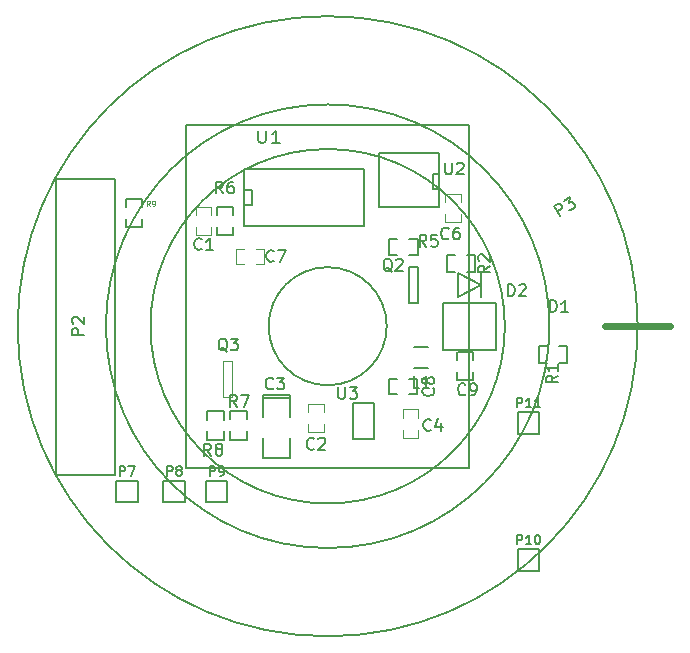
<source format=gbr>
G04 #@! TF.FileFunction,Legend,Top*
%FSLAX46Y46*%
G04 Gerber Fmt 4.6, Leading zero omitted, Abs format (unit mm)*
G04 Created by KiCad (PCBNEW 4.0.2-4+6225~38~ubuntu14.04.1-stable) date Thu 14 Apr 2016 14:56:00 ACST*
%MOMM*%
G01*
G04 APERTURE LIST*
%ADD10C,0.150000*%
%ADD11C,0.600000*%
%ADD12C,0.200000*%
%ADD13C,0.127000*%
%ADD14C,0.119380*%
%ADD15C,0.203200*%
%ADD16C,0.114300*%
G04 APERTURE END LIST*
D10*
D11*
X223520000Y-100000000D02*
X229000000Y-100000000D01*
D12*
X182000000Y-112600000D02*
X177000000Y-112600000D01*
X182000000Y-87500000D02*
X177000000Y-87500000D01*
X177000000Y-112500000D02*
X177000000Y-87500000D01*
X215000333Y-100000000D02*
G75*
G03X215000333Y-100000000I-15000333J0D01*
G01*
X226250000Y-100000000D02*
G75*
G03X226250000Y-100000000I-26250000J0D01*
G01*
X205000000Y-100000000D02*
G75*
G03X205000000Y-100000000I-5000000J0D01*
G01*
X218776648Y-100000000D02*
G75*
G03X218776648Y-100000000I-18776648J0D01*
G01*
X182000000Y-112500000D02*
X182000000Y-87500000D01*
X188000000Y-83000000D02*
X188000000Y-112000000D01*
X212000000Y-83000000D02*
X188000000Y-83000000D01*
X212000000Y-112000000D02*
X212000000Y-83000000D01*
X188000000Y-112000000D02*
X212000000Y-112000000D01*
D13*
X196843000Y-106060000D02*
X196843000Y-105806000D01*
X196843000Y-105806000D02*
X194557000Y-105806000D01*
X194557000Y-105806000D02*
X194557000Y-106060000D01*
X196843000Y-106060000D02*
X194557000Y-106060000D01*
X194557000Y-106060000D02*
X194557000Y-107711000D01*
X196843000Y-109489000D02*
X196843000Y-111140000D01*
X196843000Y-111140000D02*
X194557000Y-111140000D01*
X194557000Y-111140000D02*
X194557000Y-109489000D01*
X196843000Y-107711000D02*
X196843000Y-106060000D01*
X209440000Y-89886000D02*
X204360000Y-89886000D01*
X204360000Y-89886000D02*
X204360000Y-85314000D01*
X204360000Y-85314000D02*
X209440000Y-85314000D01*
X209440000Y-85314000D02*
X209440000Y-89886000D01*
X209440000Y-88362000D02*
X208932000Y-88362000D01*
X208932000Y-88362000D02*
X208932000Y-87092000D01*
X208932000Y-87092000D02*
X209440000Y-87092000D01*
X202111000Y-106476000D02*
X203889000Y-106476000D01*
X203889000Y-106476000D02*
X203889000Y-109524000D01*
X203889000Y-109524000D02*
X202111000Y-109524000D01*
X202111000Y-109524000D02*
X202111000Y-106476000D01*
D14*
X188849760Y-91600380D02*
X188849760Y-92298880D01*
X188849760Y-90599620D02*
X188849760Y-89901120D01*
X190150240Y-91600380D02*
X190150240Y-92298880D01*
X190150240Y-89901120D02*
X190150240Y-90599620D01*
X190135000Y-92298880D02*
X188865000Y-92298880D01*
X188865000Y-89901120D02*
X190135000Y-89901120D01*
X198349760Y-108250380D02*
X198349760Y-108948880D01*
X198349760Y-107249620D02*
X198349760Y-106551120D01*
X199650240Y-108250380D02*
X199650240Y-108948880D01*
X199650240Y-106551120D02*
X199650240Y-107249620D01*
X199635000Y-108948880D02*
X198365000Y-108948880D01*
X198365000Y-106551120D02*
X199635000Y-106551120D01*
X207650240Y-107749620D02*
X207650240Y-107051120D01*
X207650240Y-108750380D02*
X207650240Y-109448880D01*
X206349760Y-107749620D02*
X206349760Y-107051120D01*
X206349760Y-109448880D02*
X206349760Y-108750380D01*
X206365000Y-107051120D02*
X207635000Y-107051120D01*
X207635000Y-109448880D02*
X206365000Y-109448880D01*
D13*
X218579620Y-101711500D02*
X217873500Y-101711500D01*
X217873500Y-101711500D02*
X217873500Y-103108500D01*
X217873500Y-103108500D02*
X218579620Y-103108500D01*
X220286500Y-101711500D02*
X219580380Y-101711500D01*
X220286500Y-101711500D02*
X220286500Y-103108500D01*
X220286500Y-103108500D02*
X219580380Y-103108500D01*
X211800380Y-95398500D02*
X212506500Y-95398500D01*
X212506500Y-95398500D02*
X212506500Y-94001500D01*
X212506500Y-94001500D02*
X211800380Y-94001500D01*
X210093500Y-95398500D02*
X210799620Y-95398500D01*
X210093500Y-95398500D02*
X210093500Y-94001500D01*
X210093500Y-94001500D02*
X210799620Y-94001500D01*
X205899620Y-92601500D02*
X205193500Y-92601500D01*
X205193500Y-92601500D02*
X205193500Y-93998500D01*
X205193500Y-93998500D02*
X205899620Y-93998500D01*
X207606500Y-92601500D02*
X206900380Y-92601500D01*
X207606500Y-92601500D02*
X207606500Y-93998500D01*
X207606500Y-93998500D02*
X206900380Y-93998500D01*
X191771500Y-108890380D02*
X191771500Y-109596500D01*
X191771500Y-109596500D02*
X193168500Y-109596500D01*
X193168500Y-109596500D02*
X193168500Y-108890380D01*
X191771500Y-107183500D02*
X191771500Y-107889620D01*
X191771500Y-107183500D02*
X193168500Y-107183500D01*
X193168500Y-107183500D02*
X193168500Y-107889620D01*
X191188500Y-107899620D02*
X191188500Y-107193500D01*
X191188500Y-107193500D02*
X189791500Y-107193500D01*
X189791500Y-107193500D02*
X189791500Y-107899620D01*
X191188500Y-109606500D02*
X191188500Y-108900380D01*
X191188500Y-109606500D02*
X189791500Y-109606500D01*
X189791500Y-109606500D02*
X189791500Y-108900380D01*
X191998500Y-90599620D02*
X191998500Y-89893500D01*
X191998500Y-89893500D02*
X190601500Y-89893500D01*
X190601500Y-89893500D02*
X190601500Y-90599620D01*
X191998500Y-92306500D02*
X191998500Y-91600380D01*
X191998500Y-92306500D02*
X190601500Y-92306500D01*
X190601500Y-92306500D02*
X190601500Y-91600380D01*
X207681000Y-94976000D02*
X207681000Y-98024000D01*
X207681000Y-98024000D02*
X206919000Y-98024000D01*
X206919000Y-98024000D02*
X206919000Y-94976000D01*
X206919000Y-94976000D02*
X207681000Y-94976000D01*
D14*
X191119000Y-106024000D02*
X191119000Y-102976000D01*
X191119000Y-102976000D02*
X191881000Y-102976000D01*
X191881000Y-102976000D02*
X191881000Y-106024000D01*
X191881000Y-106024000D02*
X191119000Y-106024000D01*
X211250240Y-89499620D02*
X211250240Y-88801120D01*
X211250240Y-90500380D02*
X211250240Y-91198880D01*
X209949760Y-89499620D02*
X209949760Y-88801120D01*
X209949760Y-91198880D02*
X209949760Y-90500380D01*
X209965000Y-88801120D02*
X211235000Y-88801120D01*
X211235000Y-91198880D02*
X209965000Y-91198880D01*
X193900380Y-94750240D02*
X194598880Y-94750240D01*
X192899620Y-94750240D02*
X192201120Y-94750240D01*
X193900380Y-93449760D02*
X194598880Y-93449760D01*
X192201120Y-93449760D02*
X192899620Y-93449760D01*
X194598880Y-93465000D02*
X194598880Y-94735000D01*
X192201120Y-94735000D02*
X192201120Y-93465000D01*
D10*
X182100000Y-113100000D02*
X183900000Y-113100000D01*
X183900000Y-113100000D02*
X183900000Y-114900000D01*
X183900000Y-114900000D02*
X182100000Y-114900000D01*
X182100000Y-114900000D02*
X182100000Y-113100000D01*
X186100000Y-113100000D02*
X187900000Y-113100000D01*
X187900000Y-113100000D02*
X187900000Y-114900000D01*
X187900000Y-114900000D02*
X186100000Y-114900000D01*
X186100000Y-114900000D02*
X186100000Y-113100000D01*
X189700000Y-113100000D02*
X191500000Y-113100000D01*
X191500000Y-113100000D02*
X191500000Y-114900000D01*
X191500000Y-114900000D02*
X189700000Y-114900000D01*
X189700000Y-114900000D02*
X189700000Y-113100000D01*
X216100000Y-118900000D02*
X217900000Y-118900000D01*
X217900000Y-118900000D02*
X217900000Y-120700000D01*
X217900000Y-120700000D02*
X216100000Y-120700000D01*
X216100000Y-120700000D02*
X216100000Y-118900000D01*
X216100000Y-107300000D02*
X217900000Y-107300000D01*
X217900000Y-107300000D02*
X217900000Y-109100000D01*
X217900000Y-109100000D02*
X216100000Y-109100000D01*
X216100000Y-109100000D02*
X216100000Y-107300000D01*
D15*
X203080000Y-86714000D02*
X203080000Y-91540000D01*
X203080000Y-91540000D02*
X192920000Y-91540000D01*
X192920000Y-91540000D02*
X192920000Y-86714000D01*
X192920000Y-86714000D02*
X203080000Y-86714000D01*
X192920000Y-88492000D02*
X193555000Y-88492000D01*
X193555000Y-88492000D02*
X193555000Y-89762000D01*
X193555000Y-89762000D02*
X192920000Y-89762000D01*
D10*
X184289700Y-89923620D02*
X184289700Y-89217500D01*
X184289700Y-89217500D02*
X182892700Y-89217500D01*
X182892700Y-89217500D02*
X182892700Y-89923620D01*
X184289700Y-91630500D02*
X184289700Y-90924380D01*
X184289700Y-91630500D02*
X182892700Y-91630500D01*
X182892700Y-91630500D02*
X182892700Y-90924380D01*
X206900380Y-105750240D02*
X207598880Y-105750240D01*
X205899620Y-105750240D02*
X205201120Y-105750240D01*
X206900380Y-104449760D02*
X207598880Y-104449760D01*
X205201120Y-104449760D02*
X205899620Y-104449760D01*
X207598880Y-104465000D02*
X207598880Y-105735000D01*
X205201120Y-105735000D02*
X205201120Y-104465000D01*
X210982560Y-103878380D02*
X210982560Y-104576880D01*
X210982560Y-102877620D02*
X210982560Y-102179120D01*
X212283040Y-103878380D02*
X212283040Y-104576880D01*
X212283040Y-102179120D02*
X212283040Y-102877620D01*
X212267800Y-104576880D02*
X210997800Y-104576880D01*
X210997800Y-102179120D02*
X212267800Y-102179120D01*
X207324400Y-101791800D02*
X208524400Y-101791800D01*
X208524400Y-103541800D02*
X207324400Y-103541800D01*
X211000000Y-95500000D02*
X211000000Y-97500000D01*
X211000000Y-97500000D02*
X213000000Y-96500000D01*
X213000000Y-96500000D02*
X211000000Y-95500000D01*
X213000000Y-95500000D02*
X213000000Y-97500000D01*
X209750000Y-98000000D02*
X209750000Y-102000000D01*
X214250000Y-98000000D02*
X214250000Y-102000000D01*
X209750000Y-102000000D02*
X214250000Y-102000000D01*
X209750000Y-98000000D02*
X214250000Y-98000000D01*
X195383334Y-105257143D02*
X195335715Y-105304762D01*
X195192858Y-105352381D01*
X195097620Y-105352381D01*
X194954762Y-105304762D01*
X194859524Y-105209524D01*
X194811905Y-105114286D01*
X194764286Y-104923810D01*
X194764286Y-104780952D01*
X194811905Y-104590476D01*
X194859524Y-104495238D01*
X194954762Y-104400000D01*
X195097620Y-104352381D01*
X195192858Y-104352381D01*
X195335715Y-104400000D01*
X195383334Y-104447619D01*
X195716667Y-104352381D02*
X196335715Y-104352381D01*
X196002381Y-104733333D01*
X196145239Y-104733333D01*
X196240477Y-104780952D01*
X196288096Y-104828571D01*
X196335715Y-104923810D01*
X196335715Y-105161905D01*
X196288096Y-105257143D01*
X196240477Y-105304762D01*
X196145239Y-105352381D01*
X195859524Y-105352381D01*
X195764286Y-105304762D01*
X195716667Y-105257143D01*
X209938095Y-86152381D02*
X209938095Y-86961905D01*
X209985714Y-87057143D01*
X210033333Y-87104762D01*
X210128571Y-87152381D01*
X210319048Y-87152381D01*
X210414286Y-87104762D01*
X210461905Y-87057143D01*
X210509524Y-86961905D01*
X210509524Y-86152381D01*
X210938095Y-86247619D02*
X210985714Y-86200000D01*
X211080952Y-86152381D01*
X211319048Y-86152381D01*
X211414286Y-86200000D01*
X211461905Y-86247619D01*
X211509524Y-86342857D01*
X211509524Y-86438095D01*
X211461905Y-86580952D01*
X210890476Y-87152381D01*
X211509524Y-87152381D01*
X200898095Y-105142381D02*
X200898095Y-105951905D01*
X200945714Y-106047143D01*
X200993333Y-106094762D01*
X201088571Y-106142381D01*
X201279048Y-106142381D01*
X201374286Y-106094762D01*
X201421905Y-106047143D01*
X201469524Y-105951905D01*
X201469524Y-105142381D01*
X201850476Y-105142381D02*
X202469524Y-105142381D01*
X202136190Y-105523333D01*
X202279048Y-105523333D01*
X202374286Y-105570952D01*
X202421905Y-105618571D01*
X202469524Y-105713810D01*
X202469524Y-105951905D01*
X202421905Y-106047143D01*
X202374286Y-106094762D01*
X202279048Y-106142381D01*
X201993333Y-106142381D01*
X201898095Y-106094762D01*
X201850476Y-106047143D01*
X189333334Y-93457143D02*
X189285715Y-93504762D01*
X189142858Y-93552381D01*
X189047620Y-93552381D01*
X188904762Y-93504762D01*
X188809524Y-93409524D01*
X188761905Y-93314286D01*
X188714286Y-93123810D01*
X188714286Y-92980952D01*
X188761905Y-92790476D01*
X188809524Y-92695238D01*
X188904762Y-92600000D01*
X189047620Y-92552381D01*
X189142858Y-92552381D01*
X189285715Y-92600000D01*
X189333334Y-92647619D01*
X190285715Y-93552381D02*
X189714286Y-93552381D01*
X190000000Y-93552381D02*
X190000000Y-92552381D01*
X189904762Y-92695238D01*
X189809524Y-92790476D01*
X189714286Y-92838095D01*
X198833334Y-110357143D02*
X198785715Y-110404762D01*
X198642858Y-110452381D01*
X198547620Y-110452381D01*
X198404762Y-110404762D01*
X198309524Y-110309524D01*
X198261905Y-110214286D01*
X198214286Y-110023810D01*
X198214286Y-109880952D01*
X198261905Y-109690476D01*
X198309524Y-109595238D01*
X198404762Y-109500000D01*
X198547620Y-109452381D01*
X198642858Y-109452381D01*
X198785715Y-109500000D01*
X198833334Y-109547619D01*
X199214286Y-109547619D02*
X199261905Y-109500000D01*
X199357143Y-109452381D01*
X199595239Y-109452381D01*
X199690477Y-109500000D01*
X199738096Y-109547619D01*
X199785715Y-109642857D01*
X199785715Y-109738095D01*
X199738096Y-109880952D01*
X199166667Y-110452381D01*
X199785715Y-110452381D01*
X208733334Y-108757143D02*
X208685715Y-108804762D01*
X208542858Y-108852381D01*
X208447620Y-108852381D01*
X208304762Y-108804762D01*
X208209524Y-108709524D01*
X208161905Y-108614286D01*
X208114286Y-108423810D01*
X208114286Y-108280952D01*
X208161905Y-108090476D01*
X208209524Y-107995238D01*
X208304762Y-107900000D01*
X208447620Y-107852381D01*
X208542858Y-107852381D01*
X208685715Y-107900000D01*
X208733334Y-107947619D01*
X209590477Y-108185714D02*
X209590477Y-108852381D01*
X209352381Y-107804762D02*
X209114286Y-108519048D01*
X209733334Y-108519048D01*
X219492381Y-104176666D02*
X219016190Y-104510000D01*
X219492381Y-104748095D02*
X218492381Y-104748095D01*
X218492381Y-104367142D01*
X218540000Y-104271904D01*
X218587619Y-104224285D01*
X218682857Y-104176666D01*
X218825714Y-104176666D01*
X218920952Y-104224285D01*
X218968571Y-104271904D01*
X219016190Y-104367142D01*
X219016190Y-104748095D01*
X219492381Y-103224285D02*
X219492381Y-103795714D01*
X219492381Y-103510000D02*
X218492381Y-103510000D01*
X218635238Y-103605238D01*
X218730476Y-103700476D01*
X218778095Y-103795714D01*
X213752381Y-94866666D02*
X213276190Y-95200000D01*
X213752381Y-95438095D02*
X212752381Y-95438095D01*
X212752381Y-95057142D01*
X212800000Y-94961904D01*
X212847619Y-94914285D01*
X212942857Y-94866666D01*
X213085714Y-94866666D01*
X213180952Y-94914285D01*
X213228571Y-94961904D01*
X213276190Y-95057142D01*
X213276190Y-95438095D01*
X212847619Y-94485714D02*
X212800000Y-94438095D01*
X212752381Y-94342857D01*
X212752381Y-94104761D01*
X212800000Y-94009523D01*
X212847619Y-93961904D01*
X212942857Y-93914285D01*
X213038095Y-93914285D01*
X213180952Y-93961904D01*
X213752381Y-94533333D01*
X213752381Y-93914285D01*
X208353334Y-93262381D02*
X208020000Y-92786190D01*
X207781905Y-93262381D02*
X207781905Y-92262381D01*
X208162858Y-92262381D01*
X208258096Y-92310000D01*
X208305715Y-92357619D01*
X208353334Y-92452857D01*
X208353334Y-92595714D01*
X208305715Y-92690952D01*
X208258096Y-92738571D01*
X208162858Y-92786190D01*
X207781905Y-92786190D01*
X209258096Y-92262381D02*
X208781905Y-92262381D01*
X208734286Y-92738571D01*
X208781905Y-92690952D01*
X208877143Y-92643333D01*
X209115239Y-92643333D01*
X209210477Y-92690952D01*
X209258096Y-92738571D01*
X209305715Y-92833810D01*
X209305715Y-93071905D01*
X209258096Y-93167143D01*
X209210477Y-93214762D01*
X209115239Y-93262381D01*
X208877143Y-93262381D01*
X208781905Y-93214762D01*
X208734286Y-93167143D01*
X192303334Y-106842381D02*
X191970000Y-106366190D01*
X191731905Y-106842381D02*
X191731905Y-105842381D01*
X192112858Y-105842381D01*
X192208096Y-105890000D01*
X192255715Y-105937619D01*
X192303334Y-106032857D01*
X192303334Y-106175714D01*
X192255715Y-106270952D01*
X192208096Y-106318571D01*
X192112858Y-106366190D01*
X191731905Y-106366190D01*
X192636667Y-105842381D02*
X193303334Y-105842381D01*
X192874762Y-106842381D01*
X190123334Y-110952381D02*
X189790000Y-110476190D01*
X189551905Y-110952381D02*
X189551905Y-109952381D01*
X189932858Y-109952381D01*
X190028096Y-110000000D01*
X190075715Y-110047619D01*
X190123334Y-110142857D01*
X190123334Y-110285714D01*
X190075715Y-110380952D01*
X190028096Y-110428571D01*
X189932858Y-110476190D01*
X189551905Y-110476190D01*
X190694762Y-110380952D02*
X190599524Y-110333333D01*
X190551905Y-110285714D01*
X190504286Y-110190476D01*
X190504286Y-110142857D01*
X190551905Y-110047619D01*
X190599524Y-110000000D01*
X190694762Y-109952381D01*
X190885239Y-109952381D01*
X190980477Y-110000000D01*
X191028096Y-110047619D01*
X191075715Y-110142857D01*
X191075715Y-110190476D01*
X191028096Y-110285714D01*
X190980477Y-110333333D01*
X190885239Y-110380952D01*
X190694762Y-110380952D01*
X190599524Y-110428571D01*
X190551905Y-110476190D01*
X190504286Y-110571429D01*
X190504286Y-110761905D01*
X190551905Y-110857143D01*
X190599524Y-110904762D01*
X190694762Y-110952381D01*
X190885239Y-110952381D01*
X190980477Y-110904762D01*
X191028096Y-110857143D01*
X191075715Y-110761905D01*
X191075715Y-110571429D01*
X191028096Y-110476190D01*
X190980477Y-110428571D01*
X190885239Y-110380952D01*
X191133334Y-88752381D02*
X190800000Y-88276190D01*
X190561905Y-88752381D02*
X190561905Y-87752381D01*
X190942858Y-87752381D01*
X191038096Y-87800000D01*
X191085715Y-87847619D01*
X191133334Y-87942857D01*
X191133334Y-88085714D01*
X191085715Y-88180952D01*
X191038096Y-88228571D01*
X190942858Y-88276190D01*
X190561905Y-88276190D01*
X191990477Y-87752381D02*
X191800000Y-87752381D01*
X191704762Y-87800000D01*
X191657143Y-87847619D01*
X191561905Y-87990476D01*
X191514286Y-88180952D01*
X191514286Y-88561905D01*
X191561905Y-88657143D01*
X191609524Y-88704762D01*
X191704762Y-88752381D01*
X191895239Y-88752381D01*
X191990477Y-88704762D01*
X192038096Y-88657143D01*
X192085715Y-88561905D01*
X192085715Y-88323810D01*
X192038096Y-88228571D01*
X191990477Y-88180952D01*
X191895239Y-88133333D01*
X191704762Y-88133333D01*
X191609524Y-88180952D01*
X191561905Y-88228571D01*
X191514286Y-88323810D01*
X179352381Y-100738095D02*
X178352381Y-100738095D01*
X178352381Y-100357142D01*
X178400000Y-100261904D01*
X178447619Y-100214285D01*
X178542857Y-100166666D01*
X178685714Y-100166666D01*
X178780952Y-100214285D01*
X178828571Y-100261904D01*
X178876190Y-100357142D01*
X178876190Y-100738095D01*
X178447619Y-99785714D02*
X178400000Y-99738095D01*
X178352381Y-99642857D01*
X178352381Y-99404761D01*
X178400000Y-99309523D01*
X178447619Y-99261904D01*
X178542857Y-99214285D01*
X178638095Y-99214285D01*
X178780952Y-99261904D01*
X179352381Y-99833333D01*
X179352381Y-99214285D01*
X205454762Y-95397619D02*
X205359524Y-95350000D01*
X205264286Y-95254762D01*
X205121429Y-95111905D01*
X205026190Y-95064286D01*
X204930952Y-95064286D01*
X204978571Y-95302381D02*
X204883333Y-95254762D01*
X204788095Y-95159524D01*
X204740476Y-94969048D01*
X204740476Y-94635714D01*
X204788095Y-94445238D01*
X204883333Y-94350000D01*
X204978571Y-94302381D01*
X205169048Y-94302381D01*
X205264286Y-94350000D01*
X205359524Y-94445238D01*
X205407143Y-94635714D01*
X205407143Y-94969048D01*
X205359524Y-95159524D01*
X205264286Y-95254762D01*
X205169048Y-95302381D01*
X204978571Y-95302381D01*
X205788095Y-94397619D02*
X205835714Y-94350000D01*
X205930952Y-94302381D01*
X206169048Y-94302381D01*
X206264286Y-94350000D01*
X206311905Y-94397619D01*
X206359524Y-94492857D01*
X206359524Y-94588095D01*
X206311905Y-94730952D01*
X205740476Y-95302381D01*
X206359524Y-95302381D01*
X191504762Y-102147619D02*
X191409524Y-102100000D01*
X191314286Y-102004762D01*
X191171429Y-101861905D01*
X191076190Y-101814286D01*
X190980952Y-101814286D01*
X191028571Y-102052381D02*
X190933333Y-102004762D01*
X190838095Y-101909524D01*
X190790476Y-101719048D01*
X190790476Y-101385714D01*
X190838095Y-101195238D01*
X190933333Y-101100000D01*
X191028571Y-101052381D01*
X191219048Y-101052381D01*
X191314286Y-101100000D01*
X191409524Y-101195238D01*
X191457143Y-101385714D01*
X191457143Y-101719048D01*
X191409524Y-101909524D01*
X191314286Y-102004762D01*
X191219048Y-102052381D01*
X191028571Y-102052381D01*
X191790476Y-101052381D02*
X192409524Y-101052381D01*
X192076190Y-101433333D01*
X192219048Y-101433333D01*
X192314286Y-101480952D01*
X192361905Y-101528571D01*
X192409524Y-101623810D01*
X192409524Y-101861905D01*
X192361905Y-101957143D01*
X192314286Y-102004762D01*
X192219048Y-102052381D01*
X191933333Y-102052381D01*
X191838095Y-102004762D01*
X191790476Y-101957143D01*
X210233334Y-92557143D02*
X210185715Y-92604762D01*
X210042858Y-92652381D01*
X209947620Y-92652381D01*
X209804762Y-92604762D01*
X209709524Y-92509524D01*
X209661905Y-92414286D01*
X209614286Y-92223810D01*
X209614286Y-92080952D01*
X209661905Y-91890476D01*
X209709524Y-91795238D01*
X209804762Y-91700000D01*
X209947620Y-91652381D01*
X210042858Y-91652381D01*
X210185715Y-91700000D01*
X210233334Y-91747619D01*
X211090477Y-91652381D02*
X210900000Y-91652381D01*
X210804762Y-91700000D01*
X210757143Y-91747619D01*
X210661905Y-91890476D01*
X210614286Y-92080952D01*
X210614286Y-92461905D01*
X210661905Y-92557143D01*
X210709524Y-92604762D01*
X210804762Y-92652381D01*
X210995239Y-92652381D01*
X211090477Y-92604762D01*
X211138096Y-92557143D01*
X211185715Y-92461905D01*
X211185715Y-92223810D01*
X211138096Y-92128571D01*
X211090477Y-92080952D01*
X210995239Y-92033333D01*
X210804762Y-92033333D01*
X210709524Y-92080952D01*
X210661905Y-92128571D01*
X210614286Y-92223810D01*
X195433334Y-94457143D02*
X195385715Y-94504762D01*
X195242858Y-94552381D01*
X195147620Y-94552381D01*
X195004762Y-94504762D01*
X194909524Y-94409524D01*
X194861905Y-94314286D01*
X194814286Y-94123810D01*
X194814286Y-93980952D01*
X194861905Y-93790476D01*
X194909524Y-93695238D01*
X195004762Y-93600000D01*
X195147620Y-93552381D01*
X195242858Y-93552381D01*
X195385715Y-93600000D01*
X195433334Y-93647619D01*
X195766667Y-93552381D02*
X196433334Y-93552381D01*
X196004762Y-94552381D01*
X182409524Y-112661905D02*
X182409524Y-111861905D01*
X182714286Y-111861905D01*
X182790477Y-111900000D01*
X182828572Y-111938095D01*
X182866667Y-112014286D01*
X182866667Y-112128571D01*
X182828572Y-112204762D01*
X182790477Y-112242857D01*
X182714286Y-112280952D01*
X182409524Y-112280952D01*
X183133334Y-111861905D02*
X183666667Y-111861905D01*
X183323810Y-112661905D01*
X186409524Y-112661905D02*
X186409524Y-111861905D01*
X186714286Y-111861905D01*
X186790477Y-111900000D01*
X186828572Y-111938095D01*
X186866667Y-112014286D01*
X186866667Y-112128571D01*
X186828572Y-112204762D01*
X186790477Y-112242857D01*
X186714286Y-112280952D01*
X186409524Y-112280952D01*
X187323810Y-112204762D02*
X187247619Y-112166667D01*
X187209524Y-112128571D01*
X187171429Y-112052381D01*
X187171429Y-112014286D01*
X187209524Y-111938095D01*
X187247619Y-111900000D01*
X187323810Y-111861905D01*
X187476191Y-111861905D01*
X187552381Y-111900000D01*
X187590477Y-111938095D01*
X187628572Y-112014286D01*
X187628572Y-112052381D01*
X187590477Y-112128571D01*
X187552381Y-112166667D01*
X187476191Y-112204762D01*
X187323810Y-112204762D01*
X187247619Y-112242857D01*
X187209524Y-112280952D01*
X187171429Y-112357143D01*
X187171429Y-112509524D01*
X187209524Y-112585714D01*
X187247619Y-112623810D01*
X187323810Y-112661905D01*
X187476191Y-112661905D01*
X187552381Y-112623810D01*
X187590477Y-112585714D01*
X187628572Y-112509524D01*
X187628572Y-112357143D01*
X187590477Y-112280952D01*
X187552381Y-112242857D01*
X187476191Y-112204762D01*
X190009524Y-112661905D02*
X190009524Y-111861905D01*
X190314286Y-111861905D01*
X190390477Y-111900000D01*
X190428572Y-111938095D01*
X190466667Y-112014286D01*
X190466667Y-112128571D01*
X190428572Y-112204762D01*
X190390477Y-112242857D01*
X190314286Y-112280952D01*
X190009524Y-112280952D01*
X190847619Y-112661905D02*
X191000000Y-112661905D01*
X191076191Y-112623810D01*
X191114286Y-112585714D01*
X191190477Y-112471429D01*
X191228572Y-112319048D01*
X191228572Y-112014286D01*
X191190477Y-111938095D01*
X191152381Y-111900000D01*
X191076191Y-111861905D01*
X190923810Y-111861905D01*
X190847619Y-111900000D01*
X190809524Y-111938095D01*
X190771429Y-112014286D01*
X190771429Y-112204762D01*
X190809524Y-112280952D01*
X190847619Y-112319048D01*
X190923810Y-112357143D01*
X191076191Y-112357143D01*
X191152381Y-112319048D01*
X191190477Y-112280952D01*
X191228572Y-112204762D01*
X216028571Y-118461905D02*
X216028571Y-117661905D01*
X216333333Y-117661905D01*
X216409524Y-117700000D01*
X216447619Y-117738095D01*
X216485714Y-117814286D01*
X216485714Y-117928571D01*
X216447619Y-118004762D01*
X216409524Y-118042857D01*
X216333333Y-118080952D01*
X216028571Y-118080952D01*
X217247619Y-118461905D02*
X216790476Y-118461905D01*
X217019047Y-118461905D02*
X217019047Y-117661905D01*
X216942857Y-117776190D01*
X216866666Y-117852381D01*
X216790476Y-117890476D01*
X217742857Y-117661905D02*
X217819048Y-117661905D01*
X217895238Y-117700000D01*
X217933333Y-117738095D01*
X217971429Y-117814286D01*
X218009524Y-117966667D01*
X218009524Y-118157143D01*
X217971429Y-118309524D01*
X217933333Y-118385714D01*
X217895238Y-118423810D01*
X217819048Y-118461905D01*
X217742857Y-118461905D01*
X217666667Y-118423810D01*
X217628571Y-118385714D01*
X217590476Y-118309524D01*
X217552381Y-118157143D01*
X217552381Y-117966667D01*
X217590476Y-117814286D01*
X217628571Y-117738095D01*
X217666667Y-117700000D01*
X217742857Y-117661905D01*
X216028571Y-106861905D02*
X216028571Y-106061905D01*
X216333333Y-106061905D01*
X216409524Y-106100000D01*
X216447619Y-106138095D01*
X216485714Y-106214286D01*
X216485714Y-106328571D01*
X216447619Y-106404762D01*
X216409524Y-106442857D01*
X216333333Y-106480952D01*
X216028571Y-106480952D01*
X217247619Y-106861905D02*
X216790476Y-106861905D01*
X217019047Y-106861905D02*
X217019047Y-106061905D01*
X216942857Y-106176190D01*
X216866666Y-106252381D01*
X216790476Y-106290476D01*
X218009524Y-106861905D02*
X217552381Y-106861905D01*
X217780952Y-106861905D02*
X217780952Y-106061905D01*
X217704762Y-106176190D01*
X217628571Y-106252381D01*
X217552381Y-106290476D01*
D13*
X194129143Y-83443619D02*
X194129143Y-84266095D01*
X194183571Y-84362857D01*
X194238000Y-84411238D01*
X194346857Y-84459619D01*
X194564571Y-84459619D01*
X194673429Y-84411238D01*
X194727857Y-84362857D01*
X194782286Y-84266095D01*
X194782286Y-83443619D01*
X195925286Y-84459619D02*
X195272143Y-84459619D01*
X195598715Y-84459619D02*
X195598715Y-83443619D01*
X195489858Y-83588762D01*
X195381000Y-83685524D01*
X195272143Y-83733905D01*
D16*
X184955000Y-89860362D02*
X184802600Y-89622086D01*
X184693743Y-89860362D02*
X184693743Y-89359982D01*
X184867915Y-89359982D01*
X184911457Y-89383810D01*
X184933229Y-89407638D01*
X184955000Y-89455293D01*
X184955000Y-89526776D01*
X184933229Y-89574431D01*
X184911457Y-89598259D01*
X184867915Y-89622086D01*
X184693743Y-89622086D01*
X185172715Y-89860362D02*
X185259800Y-89860362D01*
X185303343Y-89836535D01*
X185325115Y-89812707D01*
X185368657Y-89741224D01*
X185390429Y-89645914D01*
X185390429Y-89455293D01*
X185368657Y-89407638D01*
X185346886Y-89383810D01*
X185303343Y-89359982D01*
X185216257Y-89359982D01*
X185172715Y-89383810D01*
X185150943Y-89407638D01*
X185129172Y-89455293D01*
X185129172Y-89574431D01*
X185150943Y-89622086D01*
X185172715Y-89645914D01*
X185216257Y-89669741D01*
X185303343Y-89669741D01*
X185346886Y-89645914D01*
X185368657Y-89622086D01*
X185390429Y-89574431D01*
D10*
X208927143Y-105266666D02*
X208974762Y-105314285D01*
X209022381Y-105457142D01*
X209022381Y-105552380D01*
X208974762Y-105695238D01*
X208879524Y-105790476D01*
X208784286Y-105838095D01*
X208593810Y-105885714D01*
X208450952Y-105885714D01*
X208260476Y-105838095D01*
X208165238Y-105790476D01*
X208070000Y-105695238D01*
X208022381Y-105552380D01*
X208022381Y-105457142D01*
X208070000Y-105314285D01*
X208117619Y-105266666D01*
X208450952Y-104695238D02*
X208403333Y-104790476D01*
X208355714Y-104838095D01*
X208260476Y-104885714D01*
X208212857Y-104885714D01*
X208117619Y-104838095D01*
X208070000Y-104790476D01*
X208022381Y-104695238D01*
X208022381Y-104504761D01*
X208070000Y-104409523D01*
X208117619Y-104361904D01*
X208212857Y-104314285D01*
X208260476Y-104314285D01*
X208355714Y-104361904D01*
X208403333Y-104409523D01*
X208450952Y-104504761D01*
X208450952Y-104695238D01*
X208498571Y-104790476D01*
X208546190Y-104838095D01*
X208641429Y-104885714D01*
X208831905Y-104885714D01*
X208927143Y-104838095D01*
X208974762Y-104790476D01*
X209022381Y-104695238D01*
X209022381Y-104504761D01*
X208974762Y-104409523D01*
X208927143Y-104361904D01*
X208831905Y-104314285D01*
X208641429Y-104314285D01*
X208546190Y-104361904D01*
X208498571Y-104409523D01*
X208450952Y-104504761D01*
X211656134Y-105745143D02*
X211608515Y-105792762D01*
X211465658Y-105840381D01*
X211370420Y-105840381D01*
X211227562Y-105792762D01*
X211132324Y-105697524D01*
X211084705Y-105602286D01*
X211037086Y-105411810D01*
X211037086Y-105268952D01*
X211084705Y-105078476D01*
X211132324Y-104983238D01*
X211227562Y-104888000D01*
X211370420Y-104840381D01*
X211465658Y-104840381D01*
X211608515Y-104888000D01*
X211656134Y-104935619D01*
X212132324Y-105840381D02*
X212322800Y-105840381D01*
X212418039Y-105792762D01*
X212465658Y-105745143D01*
X212560896Y-105602286D01*
X212608515Y-105411810D01*
X212608515Y-105030857D01*
X212560896Y-104935619D01*
X212513277Y-104888000D01*
X212418039Y-104840381D01*
X212227562Y-104840381D01*
X212132324Y-104888000D01*
X212084705Y-104935619D01*
X212037086Y-105030857D01*
X212037086Y-105268952D01*
X212084705Y-105364190D01*
X212132324Y-105411810D01*
X212227562Y-105459429D01*
X212418039Y-105459429D01*
X212513277Y-105411810D01*
X212560896Y-105364190D01*
X212608515Y-105268952D01*
X207757734Y-105219181D02*
X207281543Y-105219181D01*
X207281543Y-104219181D01*
X208614877Y-105219181D02*
X208043448Y-105219181D01*
X208329162Y-105219181D02*
X208329162Y-104219181D01*
X208233924Y-104362038D01*
X208138686Y-104457276D01*
X208043448Y-104504895D01*
X218831905Y-98792381D02*
X218831905Y-97792381D01*
X219070000Y-97792381D01*
X219212858Y-97840000D01*
X219308096Y-97935238D01*
X219355715Y-98030476D01*
X219403334Y-98220952D01*
X219403334Y-98363810D01*
X219355715Y-98554286D01*
X219308096Y-98649524D01*
X219212858Y-98744762D01*
X219070000Y-98792381D01*
X218831905Y-98792381D01*
X220355715Y-98792381D02*
X219784286Y-98792381D01*
X220070000Y-98792381D02*
X220070000Y-97792381D01*
X219974762Y-97935238D01*
X219879524Y-98030476D01*
X219784286Y-98078095D01*
X215261905Y-97452381D02*
X215261905Y-96452381D01*
X215500000Y-96452381D01*
X215642858Y-96500000D01*
X215738096Y-96595238D01*
X215785715Y-96690476D01*
X215833334Y-96880952D01*
X215833334Y-97023810D01*
X215785715Y-97214286D01*
X215738096Y-97309524D01*
X215642858Y-97404762D01*
X215500000Y-97452381D01*
X215261905Y-97452381D01*
X216214286Y-96547619D02*
X216261905Y-96500000D01*
X216357143Y-96452381D01*
X216595239Y-96452381D01*
X216690477Y-96500000D01*
X216738096Y-96547619D01*
X216785715Y-96642857D01*
X216785715Y-96738095D01*
X216738096Y-96880952D01*
X216166667Y-97452381D01*
X216785715Y-97452381D01*
X219703006Y-90693834D02*
X219203006Y-89827809D01*
X219532921Y-89637332D01*
X219639209Y-89630952D01*
X219704258Y-89648382D01*
X219793117Y-89707051D01*
X219864545Y-89830769D01*
X219870925Y-89937057D01*
X219853495Y-90002106D01*
X219794826Y-90090964D01*
X219464911Y-90281440D01*
X219986553Y-89375428D02*
X220522665Y-89065904D01*
X220424465Y-89562485D01*
X220548184Y-89491056D01*
X220654472Y-89484676D01*
X220719520Y-89502106D01*
X220808379Y-89560776D01*
X220927427Y-89766972D01*
X220933806Y-89873260D01*
X220916377Y-89938309D01*
X220857708Y-90027167D01*
X220610271Y-90170024D01*
X220503983Y-90176404D01*
X220438934Y-90158974D01*
M02*

</source>
